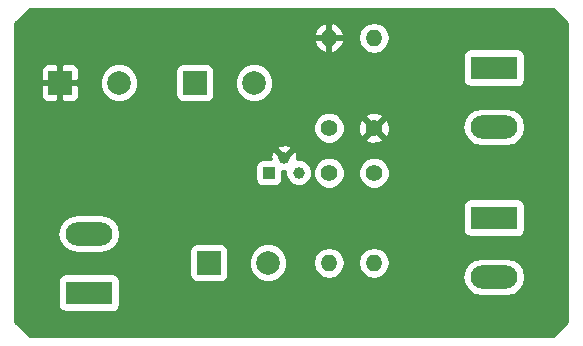
<source format=gbr>
G04 #@! TF.FileFunction,Copper,L2,Bot,Plane*
%FSLAX46Y46*%
G04 Gerber Fmt 4.6, Leading zero omitted, Abs format (unit mm)*
G04 Created by KiCad (PCBNEW 4.0.7) date 05/02/18 11:03:43*
%MOMM*%
%LPD*%
G01*
G04 APERTURE LIST*
%ADD10C,0.100000*%
%ADD11C,1.400000*%
%ADD12O,1.400000X1.400000*%
%ADD13R,2.000000X2.000000*%
%ADD14C,2.000000*%
%ADD15C,1.000000*%
%ADD16R,1.000000X1.000000*%
%ADD17R,3.960000X1.980000*%
%ADD18O,3.960000X1.980000*%
%ADD19C,0.254000*%
G04 APERTURE END LIST*
D10*
D11*
X148590000Y-101600000D03*
D12*
X148590000Y-93980000D03*
D13*
X125810000Y-97790000D03*
D14*
X130810000Y-97790000D03*
D15*
X144780000Y-104140000D03*
X146050000Y-105410000D03*
D16*
X143510000Y-105410000D03*
D13*
X137240000Y-97790000D03*
D14*
X142240000Y-97790000D03*
D17*
X162560000Y-96520000D03*
D18*
X162560000Y-101520000D03*
D13*
X138430000Y-113030000D03*
D14*
X143430000Y-113030000D03*
D17*
X128270000Y-115570000D03*
D18*
X128270000Y-110570000D03*
D17*
X162560000Y-109220000D03*
D18*
X162560000Y-114220000D03*
D11*
X152400000Y-101600000D03*
D12*
X152400000Y-93980000D03*
D11*
X148590000Y-105410000D03*
D12*
X148590000Y-113030000D03*
D11*
X152400000Y-105410000D03*
D12*
X152400000Y-113030000D03*
D19*
G36*
X168783000Y-92762606D02*
X168783000Y-118057394D01*
X167587394Y-119253000D01*
X123242606Y-119253000D01*
X122047000Y-118057394D01*
X122047000Y-114580000D01*
X125642560Y-114580000D01*
X125642560Y-116560000D01*
X125686838Y-116795317D01*
X125825910Y-117011441D01*
X126038110Y-117156431D01*
X126290000Y-117207440D01*
X130250000Y-117207440D01*
X130485317Y-117163162D01*
X130701441Y-117024090D01*
X130846431Y-116811890D01*
X130897440Y-116560000D01*
X130897440Y-114580000D01*
X130853162Y-114344683D01*
X130714090Y-114128559D01*
X130501890Y-113983569D01*
X130250000Y-113932560D01*
X126290000Y-113932560D01*
X126054683Y-113976838D01*
X125838559Y-114115910D01*
X125693569Y-114328110D01*
X125642560Y-114580000D01*
X122047000Y-114580000D01*
X122047000Y-110570000D01*
X125603769Y-110570000D01*
X125727465Y-111191861D01*
X126079720Y-111719049D01*
X126606908Y-112071304D01*
X127228769Y-112195000D01*
X129311231Y-112195000D01*
X129933092Y-112071304D01*
X129994907Y-112030000D01*
X136782560Y-112030000D01*
X136782560Y-114030000D01*
X136826838Y-114265317D01*
X136965910Y-114481441D01*
X137178110Y-114626431D01*
X137430000Y-114677440D01*
X139430000Y-114677440D01*
X139665317Y-114633162D01*
X139881441Y-114494090D01*
X140026431Y-114281890D01*
X140077440Y-114030000D01*
X140077440Y-113353795D01*
X141794716Y-113353795D01*
X142043106Y-113954943D01*
X142502637Y-114415278D01*
X143103352Y-114664716D01*
X143753795Y-114665284D01*
X144354943Y-114416894D01*
X144815278Y-113957363D01*
X145064716Y-113356648D01*
X145065024Y-113003846D01*
X147255000Y-113003846D01*
X147255000Y-113056154D01*
X147356621Y-113567036D01*
X147646012Y-114000142D01*
X148079118Y-114289533D01*
X148590000Y-114391154D01*
X149100882Y-114289533D01*
X149533988Y-114000142D01*
X149823379Y-113567036D01*
X149925000Y-113056154D01*
X149925000Y-113003846D01*
X151065000Y-113003846D01*
X151065000Y-113056154D01*
X151166621Y-113567036D01*
X151456012Y-114000142D01*
X151889118Y-114289533D01*
X152400000Y-114391154D01*
X152910882Y-114289533D01*
X153014945Y-114220000D01*
X159893769Y-114220000D01*
X160017465Y-114841861D01*
X160369720Y-115369049D01*
X160896908Y-115721304D01*
X161518769Y-115845000D01*
X163601231Y-115845000D01*
X164223092Y-115721304D01*
X164750280Y-115369049D01*
X165102535Y-114841861D01*
X165226231Y-114220000D01*
X165102535Y-113598139D01*
X164750280Y-113070951D01*
X164223092Y-112718696D01*
X163601231Y-112595000D01*
X161518769Y-112595000D01*
X160896908Y-112718696D01*
X160369720Y-113070951D01*
X160017465Y-113598139D01*
X159893769Y-114220000D01*
X153014945Y-114220000D01*
X153343988Y-114000142D01*
X153633379Y-113567036D01*
X153735000Y-113056154D01*
X153735000Y-113003846D01*
X153633379Y-112492964D01*
X153343988Y-112059858D01*
X152910882Y-111770467D01*
X152400000Y-111668846D01*
X151889118Y-111770467D01*
X151456012Y-112059858D01*
X151166621Y-112492964D01*
X151065000Y-113003846D01*
X149925000Y-113003846D01*
X149823379Y-112492964D01*
X149533988Y-112059858D01*
X149100882Y-111770467D01*
X148590000Y-111668846D01*
X148079118Y-111770467D01*
X147646012Y-112059858D01*
X147356621Y-112492964D01*
X147255000Y-113003846D01*
X145065024Y-113003846D01*
X145065284Y-112706205D01*
X144816894Y-112105057D01*
X144357363Y-111644722D01*
X143756648Y-111395284D01*
X143106205Y-111394716D01*
X142505057Y-111643106D01*
X142044722Y-112102637D01*
X141795284Y-112703352D01*
X141794716Y-113353795D01*
X140077440Y-113353795D01*
X140077440Y-112030000D01*
X140033162Y-111794683D01*
X139894090Y-111578559D01*
X139681890Y-111433569D01*
X139430000Y-111382560D01*
X137430000Y-111382560D01*
X137194683Y-111426838D01*
X136978559Y-111565910D01*
X136833569Y-111778110D01*
X136782560Y-112030000D01*
X129994907Y-112030000D01*
X130460280Y-111719049D01*
X130812535Y-111191861D01*
X130936231Y-110570000D01*
X130812535Y-109948139D01*
X130460280Y-109420951D01*
X129933092Y-109068696D01*
X129311231Y-108945000D01*
X127228769Y-108945000D01*
X126606908Y-109068696D01*
X126079720Y-109420951D01*
X125727465Y-109948139D01*
X125603769Y-110570000D01*
X122047000Y-110570000D01*
X122047000Y-108230000D01*
X159932560Y-108230000D01*
X159932560Y-110210000D01*
X159976838Y-110445317D01*
X160115910Y-110661441D01*
X160328110Y-110806431D01*
X160580000Y-110857440D01*
X164540000Y-110857440D01*
X164775317Y-110813162D01*
X164991441Y-110674090D01*
X165136431Y-110461890D01*
X165187440Y-110210000D01*
X165187440Y-108230000D01*
X165143162Y-107994683D01*
X165004090Y-107778559D01*
X164791890Y-107633569D01*
X164540000Y-107582560D01*
X160580000Y-107582560D01*
X160344683Y-107626838D01*
X160128559Y-107765910D01*
X159983569Y-107978110D01*
X159932560Y-108230000D01*
X122047000Y-108230000D01*
X122047000Y-104910000D01*
X142362560Y-104910000D01*
X142362560Y-105910000D01*
X142406838Y-106145317D01*
X142545910Y-106361441D01*
X142758110Y-106506431D01*
X143010000Y-106557440D01*
X144010000Y-106557440D01*
X144245317Y-106513162D01*
X144461441Y-106374090D01*
X144606431Y-106161890D01*
X144657440Y-105910000D01*
X144657440Y-105286521D01*
X144915123Y-105268273D01*
X144914803Y-105634775D01*
X145087233Y-106052086D01*
X145406235Y-106371645D01*
X145823244Y-106544803D01*
X146274775Y-106545197D01*
X146692086Y-106372767D01*
X147011645Y-106053765D01*
X147169178Y-105674383D01*
X147254769Y-105674383D01*
X147457582Y-106165229D01*
X147832796Y-106541098D01*
X148323287Y-106744768D01*
X148854383Y-106745231D01*
X149345229Y-106542418D01*
X149721098Y-106167204D01*
X149924768Y-105676713D01*
X149924770Y-105674383D01*
X151064769Y-105674383D01*
X151267582Y-106165229D01*
X151642796Y-106541098D01*
X152133287Y-106744768D01*
X152664383Y-106745231D01*
X153155229Y-106542418D01*
X153531098Y-106167204D01*
X153734768Y-105676713D01*
X153735231Y-105145617D01*
X153532418Y-104654771D01*
X153157204Y-104278902D01*
X152666713Y-104075232D01*
X152135617Y-104074769D01*
X151644771Y-104277582D01*
X151268902Y-104652796D01*
X151065232Y-105143287D01*
X151064769Y-105674383D01*
X149924770Y-105674383D01*
X149925231Y-105145617D01*
X149722418Y-104654771D01*
X149347204Y-104278902D01*
X148856713Y-104075232D01*
X148325617Y-104074769D01*
X147834771Y-104277582D01*
X147458902Y-104652796D01*
X147255232Y-105143287D01*
X147254769Y-105674383D01*
X147169178Y-105674383D01*
X147184803Y-105636756D01*
X147185197Y-105185225D01*
X147012767Y-104767914D01*
X146693765Y-104448355D01*
X146276756Y-104275197D01*
X145927394Y-104274892D01*
X145896217Y-103834625D01*
X145785217Y-103566648D01*
X145570104Y-103529501D01*
X144959605Y-104140000D01*
X144973748Y-104154143D01*
X144794143Y-104333748D01*
X144780000Y-104319605D01*
X144765858Y-104333748D01*
X144586253Y-104154143D01*
X144600395Y-104140000D01*
X143989896Y-103529501D01*
X143774783Y-103566648D01*
X143631888Y-103994972D01*
X143650837Y-104262560D01*
X143010000Y-104262560D01*
X142774683Y-104306838D01*
X142558559Y-104445910D01*
X142413569Y-104658110D01*
X142362560Y-104910000D01*
X122047000Y-104910000D01*
X122047000Y-103349896D01*
X144169501Y-103349896D01*
X144780000Y-103960395D01*
X145390499Y-103349896D01*
X145353352Y-103134783D01*
X144925028Y-102991888D01*
X144474625Y-103023783D01*
X144206648Y-103134783D01*
X144169501Y-103349896D01*
X122047000Y-103349896D01*
X122047000Y-101864383D01*
X147254769Y-101864383D01*
X147457582Y-102355229D01*
X147832796Y-102731098D01*
X148323287Y-102934768D01*
X148854383Y-102935231D01*
X149345229Y-102732418D01*
X149542716Y-102535275D01*
X151644331Y-102535275D01*
X151706169Y-102771042D01*
X152207122Y-102947419D01*
X152737440Y-102918664D01*
X153093831Y-102771042D01*
X153155669Y-102535275D01*
X152400000Y-101779605D01*
X151644331Y-102535275D01*
X149542716Y-102535275D01*
X149721098Y-102357204D01*
X149924768Y-101866713D01*
X149925168Y-101407122D01*
X151052581Y-101407122D01*
X151081336Y-101937440D01*
X151228958Y-102293831D01*
X151464725Y-102355669D01*
X152220395Y-101600000D01*
X152579605Y-101600000D01*
X153335275Y-102355669D01*
X153571042Y-102293831D01*
X153747419Y-101792878D01*
X153732623Y-101520000D01*
X159893769Y-101520000D01*
X160017465Y-102141861D01*
X160369720Y-102669049D01*
X160896908Y-103021304D01*
X161518769Y-103145000D01*
X163601231Y-103145000D01*
X164223092Y-103021304D01*
X164750280Y-102669049D01*
X165102535Y-102141861D01*
X165226231Y-101520000D01*
X165102535Y-100898139D01*
X164750280Y-100370951D01*
X164223092Y-100018696D01*
X163601231Y-99895000D01*
X161518769Y-99895000D01*
X160896908Y-100018696D01*
X160369720Y-100370951D01*
X160017465Y-100898139D01*
X159893769Y-101520000D01*
X153732623Y-101520000D01*
X153718664Y-101262560D01*
X153571042Y-100906169D01*
X153335275Y-100844331D01*
X152579605Y-101600000D01*
X152220395Y-101600000D01*
X151464725Y-100844331D01*
X151228958Y-100906169D01*
X151052581Y-101407122D01*
X149925168Y-101407122D01*
X149925231Y-101335617D01*
X149722418Y-100844771D01*
X149542686Y-100664725D01*
X151644331Y-100664725D01*
X152400000Y-101420395D01*
X153155669Y-100664725D01*
X153093831Y-100428958D01*
X152592878Y-100252581D01*
X152062560Y-100281336D01*
X151706169Y-100428958D01*
X151644331Y-100664725D01*
X149542686Y-100664725D01*
X149347204Y-100468902D01*
X148856713Y-100265232D01*
X148325617Y-100264769D01*
X147834771Y-100467582D01*
X147458902Y-100842796D01*
X147255232Y-101333287D01*
X147254769Y-101864383D01*
X122047000Y-101864383D01*
X122047000Y-98075750D01*
X124175000Y-98075750D01*
X124175000Y-98916310D01*
X124271673Y-99149699D01*
X124450302Y-99328327D01*
X124683691Y-99425000D01*
X125524250Y-99425000D01*
X125683000Y-99266250D01*
X125683000Y-97917000D01*
X125937000Y-97917000D01*
X125937000Y-99266250D01*
X126095750Y-99425000D01*
X126936309Y-99425000D01*
X127169698Y-99328327D01*
X127348327Y-99149699D01*
X127445000Y-98916310D01*
X127445000Y-98113795D01*
X129174716Y-98113795D01*
X129423106Y-98714943D01*
X129882637Y-99175278D01*
X130483352Y-99424716D01*
X131133795Y-99425284D01*
X131734943Y-99176894D01*
X132195278Y-98717363D01*
X132444716Y-98116648D01*
X132445284Y-97466205D01*
X132196894Y-96865057D01*
X132121969Y-96790000D01*
X135592560Y-96790000D01*
X135592560Y-98790000D01*
X135636838Y-99025317D01*
X135775910Y-99241441D01*
X135988110Y-99386431D01*
X136240000Y-99437440D01*
X138240000Y-99437440D01*
X138475317Y-99393162D01*
X138691441Y-99254090D01*
X138836431Y-99041890D01*
X138887440Y-98790000D01*
X138887440Y-98113795D01*
X140604716Y-98113795D01*
X140853106Y-98714943D01*
X141312637Y-99175278D01*
X141913352Y-99424716D01*
X142563795Y-99425284D01*
X143164943Y-99176894D01*
X143625278Y-98717363D01*
X143874716Y-98116648D01*
X143875284Y-97466205D01*
X143626894Y-96865057D01*
X143167363Y-96404722D01*
X142566648Y-96155284D01*
X141916205Y-96154716D01*
X141315057Y-96403106D01*
X140854722Y-96862637D01*
X140605284Y-97463352D01*
X140604716Y-98113795D01*
X138887440Y-98113795D01*
X138887440Y-96790000D01*
X138843162Y-96554683D01*
X138704090Y-96338559D01*
X138491890Y-96193569D01*
X138240000Y-96142560D01*
X136240000Y-96142560D01*
X136004683Y-96186838D01*
X135788559Y-96325910D01*
X135643569Y-96538110D01*
X135592560Y-96790000D01*
X132121969Y-96790000D01*
X131737363Y-96404722D01*
X131136648Y-96155284D01*
X130486205Y-96154716D01*
X129885057Y-96403106D01*
X129424722Y-96862637D01*
X129175284Y-97463352D01*
X129174716Y-98113795D01*
X127445000Y-98113795D01*
X127445000Y-98075750D01*
X127286250Y-97917000D01*
X125937000Y-97917000D01*
X125683000Y-97917000D01*
X124333750Y-97917000D01*
X124175000Y-98075750D01*
X122047000Y-98075750D01*
X122047000Y-96663690D01*
X124175000Y-96663690D01*
X124175000Y-97504250D01*
X124333750Y-97663000D01*
X125683000Y-97663000D01*
X125683000Y-96313750D01*
X125937000Y-96313750D01*
X125937000Y-97663000D01*
X127286250Y-97663000D01*
X127445000Y-97504250D01*
X127445000Y-96663690D01*
X127348327Y-96430301D01*
X127169698Y-96251673D01*
X126936309Y-96155000D01*
X126095750Y-96155000D01*
X125937000Y-96313750D01*
X125683000Y-96313750D01*
X125524250Y-96155000D01*
X124683691Y-96155000D01*
X124450302Y-96251673D01*
X124271673Y-96430301D01*
X124175000Y-96663690D01*
X122047000Y-96663690D01*
X122047000Y-95530000D01*
X159932560Y-95530000D01*
X159932560Y-97510000D01*
X159976838Y-97745317D01*
X160115910Y-97961441D01*
X160328110Y-98106431D01*
X160580000Y-98157440D01*
X164540000Y-98157440D01*
X164775317Y-98113162D01*
X164991441Y-97974090D01*
X165136431Y-97761890D01*
X165187440Y-97510000D01*
X165187440Y-95530000D01*
X165143162Y-95294683D01*
X165004090Y-95078559D01*
X164791890Y-94933569D01*
X164540000Y-94882560D01*
X160580000Y-94882560D01*
X160344683Y-94926838D01*
X160128559Y-95065910D01*
X159983569Y-95278110D01*
X159932560Y-95530000D01*
X122047000Y-95530000D01*
X122047000Y-94313331D01*
X147297273Y-94313331D01*
X147523236Y-94782663D01*
X147911604Y-95129797D01*
X148256671Y-95272716D01*
X148463000Y-95149374D01*
X148463000Y-94107000D01*
X148717000Y-94107000D01*
X148717000Y-95149374D01*
X148923329Y-95272716D01*
X149268396Y-95129797D01*
X149656764Y-94782663D01*
X149882727Y-94313331D01*
X149760206Y-94107000D01*
X148717000Y-94107000D01*
X148463000Y-94107000D01*
X147419794Y-94107000D01*
X147297273Y-94313331D01*
X122047000Y-94313331D01*
X122047000Y-93953846D01*
X151065000Y-93953846D01*
X151065000Y-94006154D01*
X151166621Y-94517036D01*
X151456012Y-94950142D01*
X151889118Y-95239533D01*
X152400000Y-95341154D01*
X152910882Y-95239533D01*
X153343988Y-94950142D01*
X153633379Y-94517036D01*
X153735000Y-94006154D01*
X153735000Y-93953846D01*
X153633379Y-93442964D01*
X153343988Y-93009858D01*
X152910882Y-92720467D01*
X152400000Y-92618846D01*
X151889118Y-92720467D01*
X151456012Y-93009858D01*
X151166621Y-93442964D01*
X151065000Y-93953846D01*
X122047000Y-93953846D01*
X122047000Y-93646669D01*
X147297273Y-93646669D01*
X147419794Y-93853000D01*
X148463000Y-93853000D01*
X148463000Y-92810626D01*
X148717000Y-92810626D01*
X148717000Y-93853000D01*
X149760206Y-93853000D01*
X149882727Y-93646669D01*
X149656764Y-93177337D01*
X149268396Y-92830203D01*
X148923329Y-92687284D01*
X148717000Y-92810626D01*
X148463000Y-92810626D01*
X148256671Y-92687284D01*
X147911604Y-92830203D01*
X147523236Y-93177337D01*
X147297273Y-93646669D01*
X122047000Y-93646669D01*
X122047000Y-92762606D01*
X123242606Y-91567000D01*
X167587394Y-91567000D01*
X168783000Y-92762606D01*
X168783000Y-92762606D01*
G37*
X168783000Y-92762606D02*
X168783000Y-118057394D01*
X167587394Y-119253000D01*
X123242606Y-119253000D01*
X122047000Y-118057394D01*
X122047000Y-114580000D01*
X125642560Y-114580000D01*
X125642560Y-116560000D01*
X125686838Y-116795317D01*
X125825910Y-117011441D01*
X126038110Y-117156431D01*
X126290000Y-117207440D01*
X130250000Y-117207440D01*
X130485317Y-117163162D01*
X130701441Y-117024090D01*
X130846431Y-116811890D01*
X130897440Y-116560000D01*
X130897440Y-114580000D01*
X130853162Y-114344683D01*
X130714090Y-114128559D01*
X130501890Y-113983569D01*
X130250000Y-113932560D01*
X126290000Y-113932560D01*
X126054683Y-113976838D01*
X125838559Y-114115910D01*
X125693569Y-114328110D01*
X125642560Y-114580000D01*
X122047000Y-114580000D01*
X122047000Y-110570000D01*
X125603769Y-110570000D01*
X125727465Y-111191861D01*
X126079720Y-111719049D01*
X126606908Y-112071304D01*
X127228769Y-112195000D01*
X129311231Y-112195000D01*
X129933092Y-112071304D01*
X129994907Y-112030000D01*
X136782560Y-112030000D01*
X136782560Y-114030000D01*
X136826838Y-114265317D01*
X136965910Y-114481441D01*
X137178110Y-114626431D01*
X137430000Y-114677440D01*
X139430000Y-114677440D01*
X139665317Y-114633162D01*
X139881441Y-114494090D01*
X140026431Y-114281890D01*
X140077440Y-114030000D01*
X140077440Y-113353795D01*
X141794716Y-113353795D01*
X142043106Y-113954943D01*
X142502637Y-114415278D01*
X143103352Y-114664716D01*
X143753795Y-114665284D01*
X144354943Y-114416894D01*
X144815278Y-113957363D01*
X145064716Y-113356648D01*
X145065024Y-113003846D01*
X147255000Y-113003846D01*
X147255000Y-113056154D01*
X147356621Y-113567036D01*
X147646012Y-114000142D01*
X148079118Y-114289533D01*
X148590000Y-114391154D01*
X149100882Y-114289533D01*
X149533988Y-114000142D01*
X149823379Y-113567036D01*
X149925000Y-113056154D01*
X149925000Y-113003846D01*
X151065000Y-113003846D01*
X151065000Y-113056154D01*
X151166621Y-113567036D01*
X151456012Y-114000142D01*
X151889118Y-114289533D01*
X152400000Y-114391154D01*
X152910882Y-114289533D01*
X153014945Y-114220000D01*
X159893769Y-114220000D01*
X160017465Y-114841861D01*
X160369720Y-115369049D01*
X160896908Y-115721304D01*
X161518769Y-115845000D01*
X163601231Y-115845000D01*
X164223092Y-115721304D01*
X164750280Y-115369049D01*
X165102535Y-114841861D01*
X165226231Y-114220000D01*
X165102535Y-113598139D01*
X164750280Y-113070951D01*
X164223092Y-112718696D01*
X163601231Y-112595000D01*
X161518769Y-112595000D01*
X160896908Y-112718696D01*
X160369720Y-113070951D01*
X160017465Y-113598139D01*
X159893769Y-114220000D01*
X153014945Y-114220000D01*
X153343988Y-114000142D01*
X153633379Y-113567036D01*
X153735000Y-113056154D01*
X153735000Y-113003846D01*
X153633379Y-112492964D01*
X153343988Y-112059858D01*
X152910882Y-111770467D01*
X152400000Y-111668846D01*
X151889118Y-111770467D01*
X151456012Y-112059858D01*
X151166621Y-112492964D01*
X151065000Y-113003846D01*
X149925000Y-113003846D01*
X149823379Y-112492964D01*
X149533988Y-112059858D01*
X149100882Y-111770467D01*
X148590000Y-111668846D01*
X148079118Y-111770467D01*
X147646012Y-112059858D01*
X147356621Y-112492964D01*
X147255000Y-113003846D01*
X145065024Y-113003846D01*
X145065284Y-112706205D01*
X144816894Y-112105057D01*
X144357363Y-111644722D01*
X143756648Y-111395284D01*
X143106205Y-111394716D01*
X142505057Y-111643106D01*
X142044722Y-112102637D01*
X141795284Y-112703352D01*
X141794716Y-113353795D01*
X140077440Y-113353795D01*
X140077440Y-112030000D01*
X140033162Y-111794683D01*
X139894090Y-111578559D01*
X139681890Y-111433569D01*
X139430000Y-111382560D01*
X137430000Y-111382560D01*
X137194683Y-111426838D01*
X136978559Y-111565910D01*
X136833569Y-111778110D01*
X136782560Y-112030000D01*
X129994907Y-112030000D01*
X130460280Y-111719049D01*
X130812535Y-111191861D01*
X130936231Y-110570000D01*
X130812535Y-109948139D01*
X130460280Y-109420951D01*
X129933092Y-109068696D01*
X129311231Y-108945000D01*
X127228769Y-108945000D01*
X126606908Y-109068696D01*
X126079720Y-109420951D01*
X125727465Y-109948139D01*
X125603769Y-110570000D01*
X122047000Y-110570000D01*
X122047000Y-108230000D01*
X159932560Y-108230000D01*
X159932560Y-110210000D01*
X159976838Y-110445317D01*
X160115910Y-110661441D01*
X160328110Y-110806431D01*
X160580000Y-110857440D01*
X164540000Y-110857440D01*
X164775317Y-110813162D01*
X164991441Y-110674090D01*
X165136431Y-110461890D01*
X165187440Y-110210000D01*
X165187440Y-108230000D01*
X165143162Y-107994683D01*
X165004090Y-107778559D01*
X164791890Y-107633569D01*
X164540000Y-107582560D01*
X160580000Y-107582560D01*
X160344683Y-107626838D01*
X160128559Y-107765910D01*
X159983569Y-107978110D01*
X159932560Y-108230000D01*
X122047000Y-108230000D01*
X122047000Y-104910000D01*
X142362560Y-104910000D01*
X142362560Y-105910000D01*
X142406838Y-106145317D01*
X142545910Y-106361441D01*
X142758110Y-106506431D01*
X143010000Y-106557440D01*
X144010000Y-106557440D01*
X144245317Y-106513162D01*
X144461441Y-106374090D01*
X144606431Y-106161890D01*
X144657440Y-105910000D01*
X144657440Y-105286521D01*
X144915123Y-105268273D01*
X144914803Y-105634775D01*
X145087233Y-106052086D01*
X145406235Y-106371645D01*
X145823244Y-106544803D01*
X146274775Y-106545197D01*
X146692086Y-106372767D01*
X147011645Y-106053765D01*
X147169178Y-105674383D01*
X147254769Y-105674383D01*
X147457582Y-106165229D01*
X147832796Y-106541098D01*
X148323287Y-106744768D01*
X148854383Y-106745231D01*
X149345229Y-106542418D01*
X149721098Y-106167204D01*
X149924768Y-105676713D01*
X149924770Y-105674383D01*
X151064769Y-105674383D01*
X151267582Y-106165229D01*
X151642796Y-106541098D01*
X152133287Y-106744768D01*
X152664383Y-106745231D01*
X153155229Y-106542418D01*
X153531098Y-106167204D01*
X153734768Y-105676713D01*
X153735231Y-105145617D01*
X153532418Y-104654771D01*
X153157204Y-104278902D01*
X152666713Y-104075232D01*
X152135617Y-104074769D01*
X151644771Y-104277582D01*
X151268902Y-104652796D01*
X151065232Y-105143287D01*
X151064769Y-105674383D01*
X149924770Y-105674383D01*
X149925231Y-105145617D01*
X149722418Y-104654771D01*
X149347204Y-104278902D01*
X148856713Y-104075232D01*
X148325617Y-104074769D01*
X147834771Y-104277582D01*
X147458902Y-104652796D01*
X147255232Y-105143287D01*
X147254769Y-105674383D01*
X147169178Y-105674383D01*
X147184803Y-105636756D01*
X147185197Y-105185225D01*
X147012767Y-104767914D01*
X146693765Y-104448355D01*
X146276756Y-104275197D01*
X145927394Y-104274892D01*
X145896217Y-103834625D01*
X145785217Y-103566648D01*
X145570104Y-103529501D01*
X144959605Y-104140000D01*
X144973748Y-104154143D01*
X144794143Y-104333748D01*
X144780000Y-104319605D01*
X144765858Y-104333748D01*
X144586253Y-104154143D01*
X144600395Y-104140000D01*
X143989896Y-103529501D01*
X143774783Y-103566648D01*
X143631888Y-103994972D01*
X143650837Y-104262560D01*
X143010000Y-104262560D01*
X142774683Y-104306838D01*
X142558559Y-104445910D01*
X142413569Y-104658110D01*
X142362560Y-104910000D01*
X122047000Y-104910000D01*
X122047000Y-103349896D01*
X144169501Y-103349896D01*
X144780000Y-103960395D01*
X145390499Y-103349896D01*
X145353352Y-103134783D01*
X144925028Y-102991888D01*
X144474625Y-103023783D01*
X144206648Y-103134783D01*
X144169501Y-103349896D01*
X122047000Y-103349896D01*
X122047000Y-101864383D01*
X147254769Y-101864383D01*
X147457582Y-102355229D01*
X147832796Y-102731098D01*
X148323287Y-102934768D01*
X148854383Y-102935231D01*
X149345229Y-102732418D01*
X149542716Y-102535275D01*
X151644331Y-102535275D01*
X151706169Y-102771042D01*
X152207122Y-102947419D01*
X152737440Y-102918664D01*
X153093831Y-102771042D01*
X153155669Y-102535275D01*
X152400000Y-101779605D01*
X151644331Y-102535275D01*
X149542716Y-102535275D01*
X149721098Y-102357204D01*
X149924768Y-101866713D01*
X149925168Y-101407122D01*
X151052581Y-101407122D01*
X151081336Y-101937440D01*
X151228958Y-102293831D01*
X151464725Y-102355669D01*
X152220395Y-101600000D01*
X152579605Y-101600000D01*
X153335275Y-102355669D01*
X153571042Y-102293831D01*
X153747419Y-101792878D01*
X153732623Y-101520000D01*
X159893769Y-101520000D01*
X160017465Y-102141861D01*
X160369720Y-102669049D01*
X160896908Y-103021304D01*
X161518769Y-103145000D01*
X163601231Y-103145000D01*
X164223092Y-103021304D01*
X164750280Y-102669049D01*
X165102535Y-102141861D01*
X165226231Y-101520000D01*
X165102535Y-100898139D01*
X164750280Y-100370951D01*
X164223092Y-100018696D01*
X163601231Y-99895000D01*
X161518769Y-99895000D01*
X160896908Y-100018696D01*
X160369720Y-100370951D01*
X160017465Y-100898139D01*
X159893769Y-101520000D01*
X153732623Y-101520000D01*
X153718664Y-101262560D01*
X153571042Y-100906169D01*
X153335275Y-100844331D01*
X152579605Y-101600000D01*
X152220395Y-101600000D01*
X151464725Y-100844331D01*
X151228958Y-100906169D01*
X151052581Y-101407122D01*
X149925168Y-101407122D01*
X149925231Y-101335617D01*
X149722418Y-100844771D01*
X149542686Y-100664725D01*
X151644331Y-100664725D01*
X152400000Y-101420395D01*
X153155669Y-100664725D01*
X153093831Y-100428958D01*
X152592878Y-100252581D01*
X152062560Y-100281336D01*
X151706169Y-100428958D01*
X151644331Y-100664725D01*
X149542686Y-100664725D01*
X149347204Y-100468902D01*
X148856713Y-100265232D01*
X148325617Y-100264769D01*
X147834771Y-100467582D01*
X147458902Y-100842796D01*
X147255232Y-101333287D01*
X147254769Y-101864383D01*
X122047000Y-101864383D01*
X122047000Y-98075750D01*
X124175000Y-98075750D01*
X124175000Y-98916310D01*
X124271673Y-99149699D01*
X124450302Y-99328327D01*
X124683691Y-99425000D01*
X125524250Y-99425000D01*
X125683000Y-99266250D01*
X125683000Y-97917000D01*
X125937000Y-97917000D01*
X125937000Y-99266250D01*
X126095750Y-99425000D01*
X126936309Y-99425000D01*
X127169698Y-99328327D01*
X127348327Y-99149699D01*
X127445000Y-98916310D01*
X127445000Y-98113795D01*
X129174716Y-98113795D01*
X129423106Y-98714943D01*
X129882637Y-99175278D01*
X130483352Y-99424716D01*
X131133795Y-99425284D01*
X131734943Y-99176894D01*
X132195278Y-98717363D01*
X132444716Y-98116648D01*
X132445284Y-97466205D01*
X132196894Y-96865057D01*
X132121969Y-96790000D01*
X135592560Y-96790000D01*
X135592560Y-98790000D01*
X135636838Y-99025317D01*
X135775910Y-99241441D01*
X135988110Y-99386431D01*
X136240000Y-99437440D01*
X138240000Y-99437440D01*
X138475317Y-99393162D01*
X138691441Y-99254090D01*
X138836431Y-99041890D01*
X138887440Y-98790000D01*
X138887440Y-98113795D01*
X140604716Y-98113795D01*
X140853106Y-98714943D01*
X141312637Y-99175278D01*
X141913352Y-99424716D01*
X142563795Y-99425284D01*
X143164943Y-99176894D01*
X143625278Y-98717363D01*
X143874716Y-98116648D01*
X143875284Y-97466205D01*
X143626894Y-96865057D01*
X143167363Y-96404722D01*
X142566648Y-96155284D01*
X141916205Y-96154716D01*
X141315057Y-96403106D01*
X140854722Y-96862637D01*
X140605284Y-97463352D01*
X140604716Y-98113795D01*
X138887440Y-98113795D01*
X138887440Y-96790000D01*
X138843162Y-96554683D01*
X138704090Y-96338559D01*
X138491890Y-96193569D01*
X138240000Y-96142560D01*
X136240000Y-96142560D01*
X136004683Y-96186838D01*
X135788559Y-96325910D01*
X135643569Y-96538110D01*
X135592560Y-96790000D01*
X132121969Y-96790000D01*
X131737363Y-96404722D01*
X131136648Y-96155284D01*
X130486205Y-96154716D01*
X129885057Y-96403106D01*
X129424722Y-96862637D01*
X129175284Y-97463352D01*
X129174716Y-98113795D01*
X127445000Y-98113795D01*
X127445000Y-98075750D01*
X127286250Y-97917000D01*
X125937000Y-97917000D01*
X125683000Y-97917000D01*
X124333750Y-97917000D01*
X124175000Y-98075750D01*
X122047000Y-98075750D01*
X122047000Y-96663690D01*
X124175000Y-96663690D01*
X124175000Y-97504250D01*
X124333750Y-97663000D01*
X125683000Y-97663000D01*
X125683000Y-96313750D01*
X125937000Y-96313750D01*
X125937000Y-97663000D01*
X127286250Y-97663000D01*
X127445000Y-97504250D01*
X127445000Y-96663690D01*
X127348327Y-96430301D01*
X127169698Y-96251673D01*
X126936309Y-96155000D01*
X126095750Y-96155000D01*
X125937000Y-96313750D01*
X125683000Y-96313750D01*
X125524250Y-96155000D01*
X124683691Y-96155000D01*
X124450302Y-96251673D01*
X124271673Y-96430301D01*
X124175000Y-96663690D01*
X122047000Y-96663690D01*
X122047000Y-95530000D01*
X159932560Y-95530000D01*
X159932560Y-97510000D01*
X159976838Y-97745317D01*
X160115910Y-97961441D01*
X160328110Y-98106431D01*
X160580000Y-98157440D01*
X164540000Y-98157440D01*
X164775317Y-98113162D01*
X164991441Y-97974090D01*
X165136431Y-97761890D01*
X165187440Y-97510000D01*
X165187440Y-95530000D01*
X165143162Y-95294683D01*
X165004090Y-95078559D01*
X164791890Y-94933569D01*
X164540000Y-94882560D01*
X160580000Y-94882560D01*
X160344683Y-94926838D01*
X160128559Y-95065910D01*
X159983569Y-95278110D01*
X159932560Y-95530000D01*
X122047000Y-95530000D01*
X122047000Y-94313331D01*
X147297273Y-94313331D01*
X147523236Y-94782663D01*
X147911604Y-95129797D01*
X148256671Y-95272716D01*
X148463000Y-95149374D01*
X148463000Y-94107000D01*
X148717000Y-94107000D01*
X148717000Y-95149374D01*
X148923329Y-95272716D01*
X149268396Y-95129797D01*
X149656764Y-94782663D01*
X149882727Y-94313331D01*
X149760206Y-94107000D01*
X148717000Y-94107000D01*
X148463000Y-94107000D01*
X147419794Y-94107000D01*
X147297273Y-94313331D01*
X122047000Y-94313331D01*
X122047000Y-93953846D01*
X151065000Y-93953846D01*
X151065000Y-94006154D01*
X151166621Y-94517036D01*
X151456012Y-94950142D01*
X151889118Y-95239533D01*
X152400000Y-95341154D01*
X152910882Y-95239533D01*
X153343988Y-94950142D01*
X153633379Y-94517036D01*
X153735000Y-94006154D01*
X153735000Y-93953846D01*
X153633379Y-93442964D01*
X153343988Y-93009858D01*
X152910882Y-92720467D01*
X152400000Y-92618846D01*
X151889118Y-92720467D01*
X151456012Y-93009858D01*
X151166621Y-93442964D01*
X151065000Y-93953846D01*
X122047000Y-93953846D01*
X122047000Y-93646669D01*
X147297273Y-93646669D01*
X147419794Y-93853000D01*
X148463000Y-93853000D01*
X148463000Y-92810626D01*
X148717000Y-92810626D01*
X148717000Y-93853000D01*
X149760206Y-93853000D01*
X149882727Y-93646669D01*
X149656764Y-93177337D01*
X149268396Y-92830203D01*
X148923329Y-92687284D01*
X148717000Y-92810626D01*
X148463000Y-92810626D01*
X148256671Y-92687284D01*
X147911604Y-92830203D01*
X147523236Y-93177337D01*
X147297273Y-93646669D01*
X122047000Y-93646669D01*
X122047000Y-92762606D01*
X123242606Y-91567000D01*
X167587394Y-91567000D01*
X168783000Y-92762606D01*
M02*

</source>
